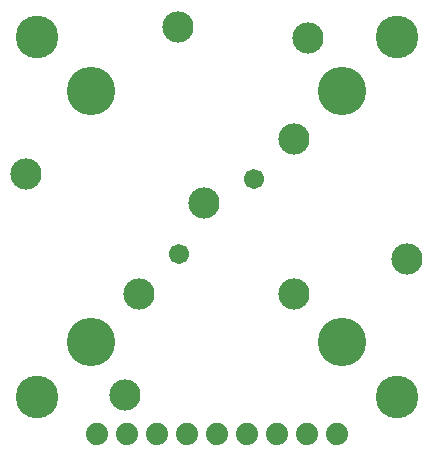
<source format=gbr>
G04 EAGLE Gerber RS-274X export*
G75*
%MOMM*%
%FSLAX34Y34*%
%LPD*%
%INSoldermask Bottom*%
%IPPOS*%
%AMOC8*
5,1,8,0,0,1.08239X$1,22.5*%
G01*
%ADD10C,3.617600*%
%ADD11C,2.641600*%
%ADD12C,1.701600*%
%ADD13C,4.101600*%
%ADD14C,1.879600*%


D10*
X152400Y-152400D03*
X-152400Y-152400D03*
X152400Y152400D03*
X-152400Y152400D03*
D11*
X-11102Y11102D03*
D12*
X-31820Y-31820D03*
X31820Y31820D03*
D11*
X-65478Y-65478D03*
X65478Y65478D03*
D13*
X-106066Y-106066D03*
X106066Y106066D03*
X-106066Y106066D03*
X106066Y-106066D03*
D11*
X65478Y-65478D03*
X161503Y-36062D03*
X-77499Y-151038D03*
X77499Y151038D03*
X-32527Y160796D03*
X-161503Y36062D03*
D14*
X101600Y-184150D03*
X76200Y-184150D03*
X50800Y-184150D03*
X25400Y-184150D03*
X0Y-184150D03*
X-25400Y-184150D03*
X-50800Y-184150D03*
X-76200Y-184150D03*
X-101600Y-184150D03*
M02*

</source>
